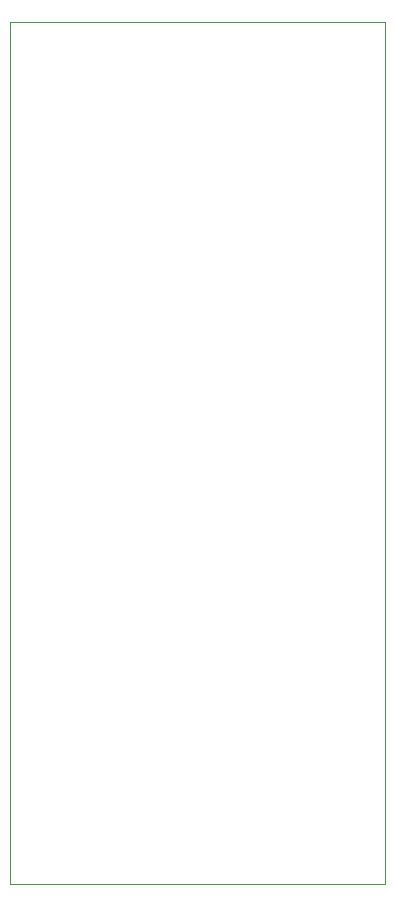
<source format=gm1>
%TF.GenerationSoftware,KiCad,Pcbnew,9.0.4*%
%TF.CreationDate,2025-12-03T04:43:21+11:00*%
%TF.ProjectId,opensenceesp32,6f70656e-7365-46e6-9365-65737033322e,rev?*%
%TF.SameCoordinates,Original*%
%TF.FileFunction,Profile,NP*%
%FSLAX46Y46*%
G04 Gerber Fmt 4.6, Leading zero omitted, Abs format (unit mm)*
G04 Created by KiCad (PCBNEW 9.0.4) date 2025-12-03 04:43:21*
%MOMM*%
%LPD*%
G01*
G04 APERTURE LIST*
%TA.AperFunction,Profile*%
%ADD10C,0.050000*%
%TD*%
G04 APERTURE END LIST*
D10*
X214630000Y-58420000D02*
X214630000Y-131445000D01*
X246380000Y-131444992D02*
X246380000Y-58420000D01*
X246380000Y-58420000D02*
X214630000Y-58420000D01*
X214630000Y-131445000D02*
X246380000Y-131445000D01*
M02*

</source>
